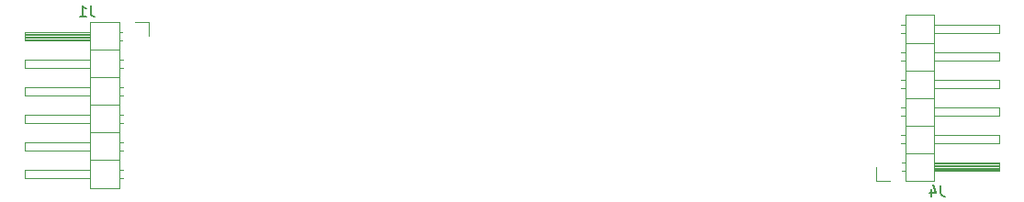
<source format=gbr>
%TF.GenerationSoftware,KiCad,Pcbnew,(5.1.7)-1*%
%TF.CreationDate,2021-04-06T19:20:52+02:00*%
%TF.ProjectId,central-panel,63656e74-7261-46c2-9d70-616e656c2e6b,rev?*%
%TF.SameCoordinates,Original*%
%TF.FileFunction,Legend,Bot*%
%TF.FilePolarity,Positive*%
%FSLAX46Y46*%
G04 Gerber Fmt 4.6, Leading zero omitted, Abs format (unit mm)*
G04 Created by KiCad (PCBNEW (5.1.7)-1) date 2021-04-06 19:20:52*
%MOMM*%
%LPD*%
G01*
G04 APERTURE LIST*
%ADD10C,0.120000*%
%ADD11C,0.150000*%
G04 APERTURE END LIST*
D10*
%TO.C,J4*%
X132103000Y-104795000D02*
X133373000Y-104795000D01*
X132103000Y-103525000D02*
X132103000Y-104795000D01*
X134415929Y-90445000D02*
X134813000Y-90445000D01*
X134415929Y-91205000D02*
X134813000Y-91205000D01*
X143473000Y-90445000D02*
X137473000Y-90445000D01*
X143473000Y-91205000D02*
X143473000Y-90445000D01*
X137473000Y-91205000D02*
X143473000Y-91205000D01*
X134813000Y-92095000D02*
X137473000Y-92095000D01*
X134415929Y-92985000D02*
X134813000Y-92985000D01*
X134415929Y-93745000D02*
X134813000Y-93745000D01*
X143473000Y-92985000D02*
X137473000Y-92985000D01*
X143473000Y-93745000D02*
X143473000Y-92985000D01*
X137473000Y-93745000D02*
X143473000Y-93745000D01*
X134813000Y-94635000D02*
X137473000Y-94635000D01*
X134415929Y-95525000D02*
X134813000Y-95525000D01*
X134415929Y-96285000D02*
X134813000Y-96285000D01*
X143473000Y-95525000D02*
X137473000Y-95525000D01*
X143473000Y-96285000D02*
X143473000Y-95525000D01*
X137473000Y-96285000D02*
X143473000Y-96285000D01*
X134813000Y-97175000D02*
X137473000Y-97175000D01*
X134415929Y-98065000D02*
X134813000Y-98065000D01*
X134415929Y-98825000D02*
X134813000Y-98825000D01*
X143473000Y-98065000D02*
X137473000Y-98065000D01*
X143473000Y-98825000D02*
X143473000Y-98065000D01*
X137473000Y-98825000D02*
X143473000Y-98825000D01*
X134813000Y-99715000D02*
X137473000Y-99715000D01*
X134415929Y-100605000D02*
X134813000Y-100605000D01*
X134415929Y-101365000D02*
X134813000Y-101365000D01*
X143473000Y-100605000D02*
X137473000Y-100605000D01*
X143473000Y-101365000D02*
X143473000Y-100605000D01*
X137473000Y-101365000D02*
X143473000Y-101365000D01*
X134813000Y-102255000D02*
X137473000Y-102255000D01*
X134483000Y-103145000D02*
X134813000Y-103145000D01*
X134483000Y-103905000D02*
X134813000Y-103905000D01*
X137473000Y-103245000D02*
X143473000Y-103245000D01*
X137473000Y-103365000D02*
X143473000Y-103365000D01*
X137473000Y-103485000D02*
X143473000Y-103485000D01*
X137473000Y-103605000D02*
X143473000Y-103605000D01*
X137473000Y-103725000D02*
X143473000Y-103725000D01*
X137473000Y-103845000D02*
X143473000Y-103845000D01*
X143473000Y-103145000D02*
X137473000Y-103145000D01*
X143473000Y-103905000D02*
X143473000Y-103145000D01*
X137473000Y-103905000D02*
X143473000Y-103905000D01*
X137473000Y-104855000D02*
X134813000Y-104855000D01*
X137473000Y-89495000D02*
X137473000Y-104855000D01*
X134813000Y-89495000D02*
X137473000Y-89495000D01*
X134813000Y-104855000D02*
X134813000Y-89495000D01*
%TO.C,J1*%
X65047000Y-90190000D02*
X63777000Y-90190000D01*
X65047000Y-91460000D02*
X65047000Y-90190000D01*
X62734071Y-104540000D02*
X62337000Y-104540000D01*
X62734071Y-103780000D02*
X62337000Y-103780000D01*
X53677000Y-104540000D02*
X59677000Y-104540000D01*
X53677000Y-103780000D02*
X53677000Y-104540000D01*
X59677000Y-103780000D02*
X53677000Y-103780000D01*
X62337000Y-102890000D02*
X59677000Y-102890000D01*
X62734071Y-102000000D02*
X62337000Y-102000000D01*
X62734071Y-101240000D02*
X62337000Y-101240000D01*
X53677000Y-102000000D02*
X59677000Y-102000000D01*
X53677000Y-101240000D02*
X53677000Y-102000000D01*
X59677000Y-101240000D02*
X53677000Y-101240000D01*
X62337000Y-100350000D02*
X59677000Y-100350000D01*
X62734071Y-99460000D02*
X62337000Y-99460000D01*
X62734071Y-98700000D02*
X62337000Y-98700000D01*
X53677000Y-99460000D02*
X59677000Y-99460000D01*
X53677000Y-98700000D02*
X53677000Y-99460000D01*
X59677000Y-98700000D02*
X53677000Y-98700000D01*
X62337000Y-97810000D02*
X59677000Y-97810000D01*
X62734071Y-96920000D02*
X62337000Y-96920000D01*
X62734071Y-96160000D02*
X62337000Y-96160000D01*
X53677000Y-96920000D02*
X59677000Y-96920000D01*
X53677000Y-96160000D02*
X53677000Y-96920000D01*
X59677000Y-96160000D02*
X53677000Y-96160000D01*
X62337000Y-95270000D02*
X59677000Y-95270000D01*
X62734071Y-94380000D02*
X62337000Y-94380000D01*
X62734071Y-93620000D02*
X62337000Y-93620000D01*
X53677000Y-94380000D02*
X59677000Y-94380000D01*
X53677000Y-93620000D02*
X53677000Y-94380000D01*
X59677000Y-93620000D02*
X53677000Y-93620000D01*
X62337000Y-92730000D02*
X59677000Y-92730000D01*
X62667000Y-91840000D02*
X62337000Y-91840000D01*
X62667000Y-91080000D02*
X62337000Y-91080000D01*
X59677000Y-91740000D02*
X53677000Y-91740000D01*
X59677000Y-91620000D02*
X53677000Y-91620000D01*
X59677000Y-91500000D02*
X53677000Y-91500000D01*
X59677000Y-91380000D02*
X53677000Y-91380000D01*
X59677000Y-91260000D02*
X53677000Y-91260000D01*
X59677000Y-91140000D02*
X53677000Y-91140000D01*
X53677000Y-91840000D02*
X59677000Y-91840000D01*
X53677000Y-91080000D02*
X53677000Y-91840000D01*
X59677000Y-91080000D02*
X53677000Y-91080000D01*
X59677000Y-90130000D02*
X62337000Y-90130000D01*
X59677000Y-105490000D02*
X59677000Y-90130000D01*
X62337000Y-105490000D02*
X59677000Y-105490000D01*
X62337000Y-90130000D02*
X62337000Y-105490000D01*
%TO.C,J4*%
D11*
X138091333Y-105247380D02*
X138091333Y-105961666D01*
X138138952Y-106104523D01*
X138234190Y-106199761D01*
X138377047Y-106247380D01*
X138472285Y-106247380D01*
X137186571Y-105580714D02*
X137186571Y-106247380D01*
X137424666Y-105199761D02*
X137662761Y-105914047D01*
X137043714Y-105914047D01*
%TO.C,J1*%
X59725333Y-88642380D02*
X59725333Y-89356666D01*
X59772952Y-89499523D01*
X59868190Y-89594761D01*
X60011047Y-89642380D01*
X60106285Y-89642380D01*
X58725333Y-89642380D02*
X59296761Y-89642380D01*
X59011047Y-89642380D02*
X59011047Y-88642380D01*
X59106285Y-88785238D01*
X59201523Y-88880476D01*
X59296761Y-88928095D01*
%TD*%
M02*

</source>
